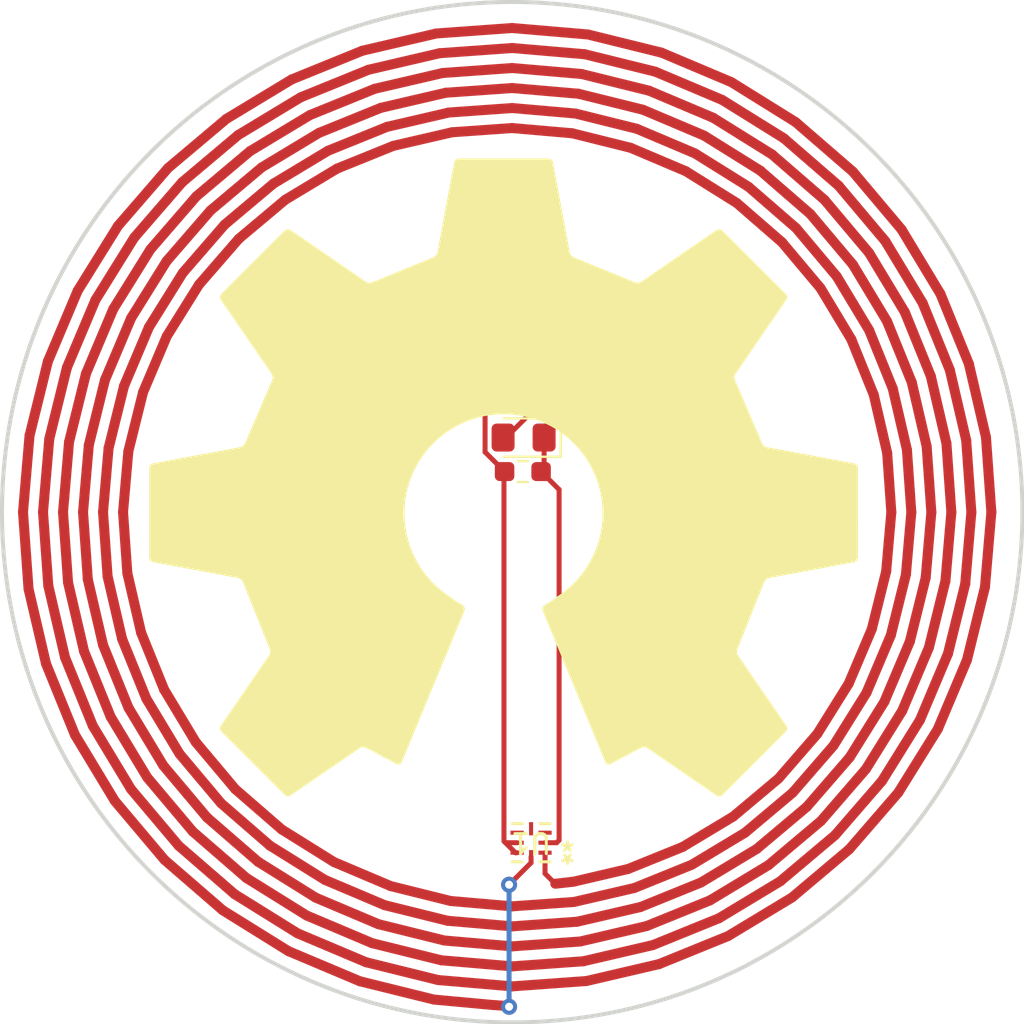
<source format=kicad_pcb>
(kicad_pcb (version 20240108) (generator "pcbnew") (generator_version "8.0")
  (layers (0 "F.Cu" signal) (31 "B.Cu" signal) (34 "B.Paste" user) (35 "F.Paste" user) (36 "B.SilkS" user "B.Silkscreen") (37 "F.SilkS" user "F.Silkscreen") (38 "B.Mask" user) (39 "F.Mask" user) (44 "Edge.Cuts" user))
  (net 0 "")
  (net 1 "Net-(U1-LA)")
  (net 2 "Net-(U1-LB)")
  (net 3 "Net-(D1-K)")
  (net 4 "Net-(U1-VCC)")
  (net 5 "Net-(D1-A)")
  (footprint "Resistor_SMD:R_0603_1608Metric_Pad0.98x0.95mm_HandSolder" (layer "F.Cu") (at 136.3875 67.25 180)
    (property "Reference" "C1" (hide yes))
    (property "Value" "220 nf" (hide yes))
    (fp_line (start -0.254724 0.5225) (end 0.254724 0.5225) (stroke (width 0.12)) (layer "F.SilkS"))
    (fp_line (start -0.254724 -0.5225) (end 0.254724 -0.5225) (stroke (width 0.12)) (layer "F.SilkS"))
    (pad "1" smd roundrect (at -0.9125 0 180) (size 0.975 0.95) (layers "F.Cu" "F.Paste" "F.Mask") (net 3 "Net-(D1-K)"))
    (pad "2" smd roundrect (at 0.9125 0 180) (size 0.975 0.95) (layers "F.Cu" "F.Paste" "F.Mask") (net 4 "Net-(U1-VCC)"))
  )
  (footprint "LED_SMD:LED_0805_2012Metric_Pad1.15x1.40mm_HandSolder" (layer "F.Cu") (at 136.425 65.55 180)
    (property "Reference" "D1" (hide yes))
    (property "Value" "green" (hide yes))
    (fp_line (start 1 -0.96) (end -1.86 -0.96) (stroke (width 0.12)) (layer "F.SilkS"))
    (fp_line (start -1.86 0.96) (end 1 0.96) (stroke (width 0.12)) (layer "F.SilkS"))
    (fp_line (start -1.86 -0.96) (end -1.86 0.96) (stroke (width 0.12)) (layer "F.SilkS"))
    (pad "1" smd roundrect (at -1.025 0 180) (size 1.15 1.4) (layers "F.Cu" "F.Paste" "F.Mask") (roundrect_rratio 0.2173913043) (net 3 "Net-(D1-K)"))
    (pad "2" smd roundrect (at 1.025 0 180) (size 1.15 1.4) (layers "F.Cu" "F.Paste" "F.Mask") (roundrect_rratio 0.2173913043) (net 5 "Net-(D1-A)"))
  )
  (footprint "Library:SpiralAnt2in" (layer "F.Cu") (at 135.855 69.28)
    (property "Reference" "AE1" (hide yes))
    (property "Value" "Antenna_Loop" (hide yes))
    (fp_line (start -24.45 0) (end -24.173672 3.828733) (stroke (width 0.5)) (layer "F.Cu"))
    (fp_line (start -24.173672 3.828733) (end -23.300884 7.570916) (stroke (width 0.5)) (layer "F.Cu"))
    (fp_line (start -24.124287 -3.820911) (end -24.45 0) (stroke (width 0.5)) (layer "F.Cu"))
    (fp_line (start -23.45 0) (end -23.185983 3.672299) (stroke (width 0.5)) (layer "F.Cu"))
    (fp_line (start -23.300884 7.570916) (end -21.851935 11.134117) (stroke (width 0.5)) (layer "F.Cu"))
    (fp_line (start -23.205778 -7.540014) (end -24.124287 -3.820911) (stroke (width 0.5)) (layer "F.Cu"))
    (fp_line (start -23.185983 3.672299) (end -22.349828 7.261899) (stroke (width 0.5)) (layer "F.Cu"))
    (fp_line (start -23.136599 -3.664477) (end -23.45 0) (stroke (width 0.5)) (layer "F.Cu"))
    (fp_line (start -22.45 0) (end -22.198295 3.515864) (stroke (width 0.5)) (layer "F.Cu"))
    (fp_line (start -22.349828 7.261899) (end -20.960928 10.680126) (stroke (width 0.5)) (layer "F.Cu"))
    (fp_line (start -22.254722 -7.230997) (end -23.136599 -3.664477) (stroke (width 0.5)) (layer "F.Cu"))
    (fp_line (start -22.198295 3.515864) (end -21.398771 6.952882) (stroke (width 0.5)) (layer "F.Cu"))
    (fp_line (start -22.148911 -3.508042) (end -22.45 0) (stroke (width 0.5)) (layer "F.Cu"))
    (fp_line (start -21.851935 11.134117) (end -19.861367 14.430127) (stroke (width 0.5)) (layer "F.Cu"))
    (fp_line (start -21.718284 -11.066018) (end -23.205778 -7.540014) (stroke (width 0.5)) (layer "F.Cu"))
    (fp_line (start -21.45 0) (end -21.210607 3.35943) (stroke (width 0.5)) (layer "F.Cu"))
    (fp_line (start -21.398771 6.952882) (end -20.069921 10.226136) (stroke (width 0.5)) (layer "F.Cu"))
    (fp_line (start -21.303665 -6.92198) (end -22.148911 -3.508042) (stroke (width 0.5)) (layer "F.Cu"))
    (fp_line (start -21.210607 3.35943) (end -20.447715 6.643865) (stroke (width 0.5)) (layer "F.Cu"))
    (fp_line (start -21.161222 -3.351608) (end -21.45 0) (stroke (width 0.5)) (layer "F.Cu"))
    (fp_line (start -20.960928 10.680126) (end -19.05235 13.842342) (stroke (width 0.5)) (layer "F.Cu"))
    (fp_line (start -20.827277 -10.612027) (end -22.254722 -7.230997) (stroke (width 0.5)) (layer "F.Cu"))
    (fp_line (start -20.45 0) (end -20.222918 3.202995) (stroke (width 0.5)) (layer "F.Cu"))
    (fp_line (start -20.447715 6.643865) (end -19.178915 9.772145) (stroke (width 0.5)) (layer "F.Cu"))
    (fp_line (start -20.352609 -6.612963) (end -21.161222 -3.351608) (stroke (width 0.5)) (layer "F.Cu"))
    (fp_line (start -20.222918 3.202995) (end -19.496658 6.334848) (stroke (width 0.5)) (layer "F.Cu"))
    (fp_line (start -20.173534 -3.195173) (end -20.45 0) (stroke (width 0.5)) (layer "F.Cu"))
    (fp_line (start -20.069921 10.226136) (end -18.243333 13.254557) (stroke (width 0.5)) (layer "F.Cu"))
    (fp_line (start -19.93627 -10.158037) (end -21.303665 -6.92198) (stroke (width 0.5)) (layer "F.Cu"))
    (fp_line (start -19.861367 14.430127) (end -17.377149 17.377149) (stroke (width 0.5)) (layer "F.Cu"))
    (fp_line (start -19.699563 -14.31257) (end -21.718284 -11.066018) (stroke (width 0.5)) (layer "F.Cu"))
    (fp_line (start -19.496658 6.334848) (end -18.287908 9.318155) (stroke (width 0.5)) (layer "F.Cu"))
    (fp_line (start -19.45 0) (end -19.23523 3.046561) (stroke (width 0.5)) (layer "F.Cu"))
    (fp_line (start -19.401552 -6.303946) (end -20.173534 -3.195173) (stroke (width 0.5)) (layer "F.Cu"))
    (fp_line (start -19.23523 3.046561) (end -18.545602 6.025831) (stroke (width 0.5)) (layer "F.Cu"))
    (fp_line (start -19.185846 -3.038739) (end -19.45 0) (stroke (width 0.5)) (layer "F.Cu"))
    (fp_line (start -19.178915 9.772145) (end -17.434316 12.666772) (stroke (width 0.5)) (layer "F.Cu"))
    (fp_line (start -19.05235 13.842342) (end -16.670042 16.670042) (stroke (width 0.5)) (layer "F.Cu"))
    (fp_line (start -19.045264 -9.704046) (end -20.352609 -6.612963) (stroke (width 0.5)) (layer "F.Cu"))
    (fp_line (start -18.890546 -13.724785) (end -20.827277 -10.612027) (stroke (width 0.5)) (layer "F.Cu"))
    (fp_line (start -18.545602 6.025831) (end -17.396902 8.864164) (stroke (width 0.5)) (layer "F.Cu"))
    (fp_line (start -18.450496 -5.994929) (end -19.185846 -3.038739) (stroke (width 0.5)) (layer "F.Cu"))
    (fp_line (start -18.287908 9.318155) (end -16.625299 12.078986) (stroke (width 0.5)) (layer "F.Cu"))
    (fp_line (start -18.243333 13.254557) (end -15.962935 15.962935) (stroke (width 0.5)) (layer "F.Cu"))
    (fp_line (start -18.154257 -9.250056) (end -19.401552 -6.303946) (stroke (width 0.5)) (layer "F.Cu"))
    (fp_line (start -18.081529 -13.137) (end -19.93627 -10.158037) (stroke (width 0.5)) (layer "F.Cu"))
    (fp_line (start -17.434316 12.666772) (end -15.255828 15.255828) (stroke (width 0.5)) (layer "F.Cu"))
    (fp_line (start -17.396902 8.864164) (end -15.816282 11.491201) (stroke (width 0.5)) (layer "F.Cu"))
    (fp_line (start -17.377149 17.377149) (end -14.459517 19.901818) (stroke (width 0.5)) (layer "F.Cu"))
    (fp_line (start -17.272512 -12.549215) (end -19.045264 -9.704046) (stroke (width 0.5)) (layer "F.Cu"))
    (fp_line (start -17.263251 -8.796065) (end -18.450496 -5.994929) (stroke (width 0.5)) (layer "F.Cu"))
    (fp_line (start -17.200372 -17.200372) (end -19.699563 -14.31257) (stroke (width 0.5)) (layer "F.Cu"))
    (fp_line (start -16.670042 16.670042) (end -13.871731 19.092801) (stroke (width 0.5)) (layer "F.Cu"))
    (fp_line (start -16.625299 12.078986) (end -14.548722 14.548722) (stroke (width 0.5)) (layer "F.Cu"))
    (fp_line (start -16.493265 -16.493265) (end -18.890546 -13.724785) (stroke (width 0.5)) (layer "F.Cu"))
    (fp_line (start -16.463495 -11.961429) (end -18.154257 -9.250056) (stroke (width 0.5)) (layer "F.Cu"))
    (fp_line (start -15.962935 15.962935) (end -13.283946 18.283784) (stroke (width 0.5)) (layer "F.Cu"))
    (fp_line (start -15.816282 11.491201) (end -13.841615 13.841615) (stroke (width 0.5)) (layer "F.Cu"))
    (fp_line (start -15.786158 -15.786158) (end -18.081529 -13.137) (stroke (width 0.5)) (layer "F.Cu"))
    (fp_line (start -15.654478 -11.373644) (end -17.263251 -8.796065) (stroke (width 0.5)) (layer "F.Cu"))
    (fp_line (start -15.255828 15.255828) (end -12.696161 17.474767) (stroke (width 0.5)) (layer "F.Cu"))
    (fp_line (start -15.079052 -15.079052) (end -17.272512 -12.549215) (stroke (width 0.5)) (layer "F.Cu"))
    (fp_line (start -14.548722 14.548722) (end -12.108376 16.66575) (stroke (width 0.5)) (layer "F.Cu"))
    (fp_line (start -14.459517 19.901818) (end -11.179516 21.941035) (stroke (width 0.5)) (layer "F.Cu"))
    (fp_line (start -14.371945 -14.371945) (end -16.463495 -11.961429) (stroke (width 0.5)) (layer "F.Cu"))
    (fp_line (start -14.283181 -19.659112) (end -17.200372 -17.200372) (stroke (width 0.5)) (layer "F.Cu"))
    (fp_line (start -13.871731 19.092801) (end -10.725525 21.050029) (stroke (width 0.5)) (layer "F.Cu"))
    (fp_line (start -13.841615 13.841615) (end -11.52059 15.856733) (stroke (width 0.5)) (layer "F.Cu"))
    (fp_line (start -13.695396 -18.850095) (end -16.493265 -16.493265) (stroke (width 0.5)) (layer "F.Cu"))
    (fp_line (start -13.664838 -13.664838) (end -15.654478 -11.373644) (stroke (width 0.5)) (layer "F.Cu"))
    (fp_line (start -13.283946 18.283784) (end -10.271535 20.159022) (stroke (width 0.5)) (layer "F.Cu"))
    (fp_line (start -13.107611 -18.041078) (end -15.786158 -15.786158) (stroke (width 0.5)) (layer "F.Cu"))
    (fp_line (start -12.696161 17.474767) (end -9.817544 19.268016) (stroke (width 0.5)) (layer "F.Cu"))
    (fp_line (start -12.519825 -17.232061) (end -15.079052 -15.079052) (stroke (width 0.5)) (layer "F.Cu"))
    (fp_line (start -12.108376 16.66575) (end -9.363554 18.377009) (stroke (width 0.5)) (layer "F.Cu"))
    (fp_line (start -11.93204 -16.423044) (end -14.371945 -14.371945) (stroke (width 0.5)) (layer "F.Cu"))
    (fp_line (start -11.52059 15.856733) (end -8.909563 17.486003) (stroke (width 0.5)) (layer "F.Cu"))
    (fp_line (start -11.344255 -15.614027) (end -13.664838 -13.664838) (stroke (width 0.5)) (layer "F.Cu"))
    (fp_line (start -11.179516 21.941035) (end -7.617268 23.443543) (stroke (width 0.5)) (layer "F.Cu"))
    (fp_line (start -11.020619 -21.629183) (end -14.283181 -19.659112) (stroke (width 0.5)) (layer "F.Cu"))
    (fp_line (start -10.725525 21.050029) (end -7.308251 22.492486) (stroke (width 0.5)) (layer "F.Cu"))
    (fp_line (start -10.566628 -20.738176) (end -13.695396 -18.850095) (stroke (width 0.5)) (layer "F.Cu"))
    (fp_line (start -10.271535 20.159022) (end -6.999234 21.54143) (stroke (width 0.5)) (layer "F.Cu"))
    (fp_line (start -10.112638 -19.84717) (end -13.107611 -18.041078) (stroke (width 0.5)) (layer "F.Cu"))
    (fp_line (start -9.817544 19.268016) (end -6.690217 20.590373) (stroke (width 0.5)) (layer "F.Cu"))
    (fp_line (start -9.658647 -18.956163) (end -12.519825 -17.232061) (stroke (width 0.5)) (layer "F.Cu"))
    (fp_line (start -9.363554 18.377009) (end -6.3812 19.639317) (stroke (width 0.5)) (layer "F.Cu"))
    (fp_line (start -9.204657 -18.065157) (end -11.93204 -16.423044) (stroke (width 0.5)) (layer "F.Cu"))
    (fp_line (start -8.909563 17.486003) (end -6.072183 18.68826) (stroke (width 0.5)) (layer "F.Cu"))
    (fp_line (start -8.750666 -17.17415) (end -11.344255 -15.614027) (stroke (width 0.5)) (layer "F.Cu"))
    (fp_line (start -7.617268 23.443543) (end -3.91 24.36) (stroke (width 0.5)) (layer "F.Cu"))
    (fp_line (start -7.493662 -23.06312) (end -11.020619 -21.629183) (stroke (width 0.5)) (layer "F.Cu"))
    (fp_line (start -7.308251 22.492486) (end -3.703585 23.383521) (stroke (width 0.5)) (layer "F.Cu"))
    (fp_line (start -7.184645 -22.112064) (end -10.566628 -20.738176) (stroke (width 0.5)) (layer "F.Cu"))
    (fp_line (start -6.999234 21.54143) (end -3.547151 22.395833) (stroke (width 0.5)) (layer "F.Cu"))
    (fp_line (start -6.875628 -21.161007) (end -10.112638 -19.84717) (stroke (width 0.5)) (layer "F.Cu"))
    (fp_line (start -6.690217 20.590373) (end -3.390717 21.408144) (stroke (width 0.5)) (layer "F.Cu"))
    (fp_line (start -6.566611 -20.20995) (end -9.658647 -18.956163) (stroke (width 0.5)) (layer "F.Cu"))
    (fp_line (start -6.3812 19.639317) (end -3.234282 20.420456) (stroke (width 0.5)) (layer "F.Cu"))
    (fp_line (start -6.257594 -19.258894) (end -9.204657 -18.065157) (stroke (width 0.5)) (layer "F.Cu"))
    (fp_line (start -6.072183 18.68826) (end -3.077848 19.432768) (stroke (width 0.5)) (layer "F.Cu"))
    (fp_line (start -5.948577 -18.307837) (end -8.750666 -17.17415) (stroke (width 0.5)) (layer "F.Cu"))
    (fp_line (start -3.91 24.36) (end -0.98 24.63) (stroke (width 0.5)) (layer "F.Cu"))
    (fp_line (start -3.789624 -23.92675) (end -7.493662 -23.06312) (stroke (width 0.5)) (layer "F.Cu"))
    (fp_line (start -3.703585 23.383521) (end 0 23.7) (stroke (width 0.5)) (layer "F.Cu"))
    (fp_line (start -3.63319 -22.939061) (end -7.184645 -22.112064) (stroke (width 0.5)) (layer "F.Cu"))
    (fp_line (start -3.547151 22.395833) (end 0 22.7) (stroke (width 0.5)) (layer "F.Cu"))
    (fp_line (start -3.476755 -21.951373) (end -6.875628 -21.161007) (stroke (width 0.5)) (layer "F.Cu"))
    (fp_line (start -3.390717 21.408144) (end 0 21.7) (stroke (width 0.5)) (layer "F.Cu"))
    (fp_line (start -3.320321 -20.963685) (end -6.566611 -20.20995) (stroke (width 0.5)) (layer "F.Cu"))
    (fp_line (start -3.234282 20.420456) (end 0 20.7) (stroke (width 0.5)) (layer "F.Cu"))
    (fp_line (start -3.163887 -19.975996) (end -6.257594 -19.258894) (stroke (width 0.5)) (layer "F.Cu"))
    (fp_line (start -3.077848 19.432768) (end 0 19.7) (stroke (width 0.5)) (layer "F.Cu"))
    (fp_line (start -3.007452 -18.988308) (end -5.948577 -18.307837) (stroke (width 0.5)) (layer "F.Cu"))
    (fp_line (start 0 -24.2) (end -3.789624 -23.92675) (stroke (width 0.5)) (layer "F.Cu"))
    (fp_line (start 0 -23.2) (end -3.63319 -22.939061) (stroke (width 0.5)) (layer "F.Cu"))
    (fp_line (start 0 -22.2) (end -3.476755 -21.951373) (stroke (width 0.5)) (layer "F.Cu"))
    (fp_line (start 0 -21.2) (end -3.320321 -20.963685) (stroke (width 0.5)) (layer "F.Cu"))
    (fp_line (start 0 -20.2) (end -3.163887 -19.975996) (stroke (width 0.5)) (layer "F.Cu"))
    (fp_line (start 0 -19.2) (end -3.007452 -18.988308) (stroke (width 0.5)) (layer "F.Cu"))
    (fp_line (start 0 19.7) (end 3.085669 19.482152) (stroke (width 0.5)) (layer "F.Cu"))
    (fp_line (start 0 20.7) (end 3.242104 20.46984) (stroke (width 0.5)) (layer "F.Cu"))
    (fp_line (start 0 21.7) (end 3.398538 21.457529) (stroke (width 0.5)) (layer "F.Cu"))
    (fp_line (start 0 22.7) (end 3.554973 22.445217) (stroke (width 0.5)) (layer "F.Cu"))
    (fp_line (start 0 23.7) (end 3.711407 23.432905) (stroke (width 0.5)) (layer "F.Cu"))
    (fp_line (start 2.99963 -18.938923) (end 0 -19.2) (stroke (width 0.5)) (layer "F.Cu"))
    (fp_line (start 3.06 18.47) (end 5.794068 17.832309) (stroke (width 0.5)) (layer "F.Cu"))
    (fp_line (start 3.085669 19.482152) (end 6.103085 18.783366) (stroke (width 0.5)) (layer "F.Cu"))
    (fp_line (start 3.156065 -19.926612) (end 0 -20.2) (stroke (width 0.5)) (layer "F.Cu"))
    (fp_line (start 3.242104 20.46984) (end 6.412102 19.734422) (stroke (width 0.5)) (layer "F.Cu"))
    (fp_line (start 3.312499 -20.9143) (end 0 -21.2) (stroke (width 0.5)) (layer "F.Cu"))
    (fp_line (start 3.398538 21.457529) (end 6.721119 20.685479) (stroke (width 0.5)) (layer "F.Cu"))
    (fp_line (start 3.468934 -21.901988) (end 0 -22.2) (stroke (width 0.5)) (layer "F.Cu"))
    (fp_line (start 3.554973 22.445217) (end 7.030136 21.636535) (stroke (width 0.5)) (layer "F.Cu"))
    (fp_line (start 3.625368 -22.889677) (end 0 -23.2) (stroke (width 0.5)) (layer "F.Cu"))
    (fp_line (start 3.711407 23.432905) (end 7.339153 22.587592) (stroke (width 0.5)) (layer "F.Cu"))
    (fp_line (start 3.781803 -23.877365) (end 0 -24.2) (stroke (width 0.5)) (layer "F.Cu"))
    (fp_line (start 5.794068 17.832309) (end 8.523671 16.728647) (stroke (width 0.5)) (layer "F.Cu"))
    (fp_line (start 5.917675 -18.212732) (end 2.99963 -18.938923) (stroke (width 0.5)) (layer "F.Cu"))
    (fp_line (start 6.103085 18.783366) (end 8.977662 17.619654) (stroke (width 0.5)) (layer "F.Cu"))
    (fp_line (start 6.226692 -19.163788) (end 3.156065 -19.926612) (stroke (width 0.5)) (layer "F.Cu"))
    (fp_line (start 6.412102 19.734422) (end 9.431652 18.51066) (stroke (width 0.5)) (layer "F.Cu"))
    (fp_line (start 6.535709 -20.114845) (end 3.312499 -20.9143) (stroke (width 0.5)) (layer "F.Cu"))
    (fp_line (start 6.721119 20.685479) (end 9.885643 19.401667) (stroke (width 0.5)) (layer "F.Cu"))
    (fp_line (start 6.844726 -21.065901) (end 3.468934 -21.901988) (stroke (width 0.5)) (layer "F.Cu"))
    (fp_line (start 7.030136 21.636535) (end 10.339633 20.292673) (stroke (width 0.5)) (layer "F.Cu"))
    (fp_line (start 7.153743 -22.016958) (end 3.625368 -22.889677) (stroke (width 0.5)) (layer "F.Cu"))
    (fp_line (start 7.339153 22.587592) (end 10.793624 21.18368) (stroke (width 0.5)) (layer "F.Cu"))
    (fp_line (start 7.46276 -22.968014) (end 3.781803 -23.877365) (stroke (width 0.5)) (layer "F.Cu"))
    (fp_line (start 8.523671 16.728647) (end 11.050362 15.209519) (stroke (width 0.5)) (layer "F.Cu"))
    (fp_line (start 8.682568 -17.040499) (end 5.917675 -18.212732) (stroke (width 0.5)) (layer "F.Cu"))
    (fp_line (start 8.977662 17.619654) (end 11.638147 16.018536) (stroke (width 0.5)) (layer "F.Cu"))
    (fp_line (start 9.136558 -17.931506) (end 6.226692 -19.163788) (stroke (width 0.5)) (layer "F.Cu"))
    (fp_line (start 9.431652 18.51066) (end 12.225933 16.827553) (stroke (width 0.5)) (layer "F.Cu"))
    (fp_line (start 9.590549 -18.822512) (end 6.535709 -20.114845) (stroke (width 0.5)) (layer "F.Cu"))
    (fp_line (start 9.885643 19.401667) (end 12.813718 17.63657) (stroke (width 0.5)) (layer "F.Cu"))
    (fp_line (start 10.044539 -19.713519) (end 6.844726 -21.065901) (stroke (width 0.5)) (layer "F.Cu"))
    (fp_line (start 10.339633 20.292673) (end 13.401503 18.445587) (stroke (width 0.5)) (layer "F.Cu"))
    (fp_line (start 10.49853 -20.604525) (end 7.153743 -22.016958) (stroke (width 0.5)) (layer "F.Cu"))
    (fp_line (start 10.793624 21.18368) (end 13.989289 19.254604) (stroke (width 0.5)) (layer "F.Cu"))
    (fp_line (start 10.95252 -21.495532) (end 7.46276 -22.968014) (stroke (width 0.5)) (layer "F.Cu"))
    (fp_line (start 11.050362 15.209519) (end 13.311285 13.311285) (stroke (width 0.5)) (layer "F.Cu"))
    (fp_line (start 11.226698 -15.452224) (end 8.682568 -17.040499) (stroke (width 0.5)) (layer "F.Cu"))
    (fp_line (start 11.638147 16.018536) (end 14.018391 14.018391) (stroke (width 0.5)) (layer "F.Cu"))
    (fp_line (start 11.814483 -16.261241) (end 9.136558 -17.931506) (stroke (width 0.5)) (layer "F.Cu"))
    (fp_line (start 12.225933 16.827553) (end 14.725498 14.725498) (stroke (width 0.5)) (layer "F.Cu"))
    (fp_line (start 12.402268 -17.070258) (end 9.590549 -18.822512) (stroke (width 0.5)) (layer "F.Cu"))
    (fp_line (start 12.813718 17.63657) (end 15.432605 15.432605) (stroke (width 0.5)) (layer "F.Cu"))
    (fp_line (start 12.990054 -17.879275) (end 10.044539 -19.713519) (stroke (width 0.5)) (layer "F.Cu"))
    (fp_line (start 13.311285 13.311285) (end 15.24997 11.079752) (stroke (width 0.5)) (layer "F.Cu"))
    (fp_line (start 13.401503 18.445587) (end 16.139712 16.139712) (stroke (width 0.5)) (layer "F.Cu"))
    (fp_line (start 13.488061 -13.488061) (end 11.226698 -15.452224) (stroke (width 0.5)) (layer "F.Cu"))
    (fp_line (start 13.577839 -18.688292) (end 10.49853 -20.604525) (stroke (width 0.5)) (layer "F.Cu"))
    (fp_line (start 13.989289 19.254604) (end 16.846819 16.846819) (stroke (width 0.5)) (layer "F.Cu"))
    (fp_line (start 14.018391 14.018391) (end 16.058987 11.667537) (stroke (width 0.5)) (layer "F.Cu"))
    (fp_line (start 14.165624 -19.497309) (end 10.95252 -21.495532) (stroke (width 0.5)) (layer "F.Cu"))
    (fp_line (start 14.195168 -14.195168) (end 11.814483 -16.261241) (stroke (width 0.5)) (layer "F.Cu"))
    (fp_line (start 14.725498 14.725498) (end 16.868004 12.255322) (stroke (width 0.5)) (layer "F.Cu"))
    (fp_line (start 14.902275 -14.902275) (end 12.402268 -17.070258) (stroke (width 0.5)) (layer "F.Cu"))
    (fp_line (start 15.24997 11.079752) (end 16.817748 8.56907) (stroke (width 0.5)) (layer "F.Cu"))
    (fp_line (start 15.411773 -11.197309) (end 13.488061 -13.488061) (stroke (width 0.5)) (layer "F.Cu"))
    (fp_line (start 15.432605 15.432605) (end 17.677021 12.843107) (stroke (width 0.5)) (layer "F.Cu"))
    (fp_line (start 15.609382 -15.609382) (end 12.990054 -17.879275) (stroke (width 0.5)) (layer "F.Cu"))
    (fp_line (start 16.058987 11.667537) (end 17.708754 9.023061) (stroke (width 0.5)) (layer "F.Cu"))
    (fp_line (start 16.139712 16.139712) (end 18.486038 13.430893) (stroke (width 0.5)) (layer "F.Cu"))
    (fp_line (start 16.22079 -11.785094) (end 14.195168 -14.195168) (stroke (width 0.5)) (layer "F.Cu"))
    (fp_line (start 16.316488 -16.316488) (end 13.577839 -18.688292) (stroke (width 0.5)) (layer "F.Cu"))
    (fp_line (start 16.817748 8.56907) (end 17.974968 5.840421) (stroke (width 0.5)) (layer "F.Cu"))
    (fp_line (start 16.846819 16.846819) (end 19.295055 14.018678) (stroke (width 0.5)) (layer "F.Cu"))
    (fp_line (start 16.868004 12.255322) (end 18.599761 9.477051) (stroke (width 0.5)) (layer "F.Cu"))
    (fp_line (start 16.951399 -8.637169) (end 15.411773 -11.197309) (stroke (width 0.5)) (layer "F.Cu"))
    (fp_line (start 17.023595 -17.023595) (end 14.165624 -19.497309) (stroke (width 0.5)) (layer "F.Cu"))
    (fp_line (start 17.029807 -12.372879) (end 14.902275 -14.902275) (stroke (width 0.5)) (layer "F.Cu"))
    (fp_line (start 17.677021 12.843107) (end 19.490767 9.931042) (stroke (width 0.5)) (layer "F.Cu"))
    (fp_line (start 17.708754 9.023061) (end 18.926024 6.149438) (stroke (width 0.5)) (layer "F.Cu"))
    (fp_line (start 17.838824 -12.960664) (end 15.609382 -15.609382) (stroke (width 0.5)) (layer "F.Cu"))
    (fp_line (start 17.842405 -9.091159) (end 16.22079 -11.785094) (stroke (width 0.5)) (layer "F.Cu"))
    (fp_line (start 17.974968 5.840421) (end 18.692001 2.960522) (stroke (width 0.5)) (layer "F.Cu"))
    (fp_line (start 18.070073 -5.871322) (end 16.951399 -8.637169) (stroke (width 0.5)) (layer "F.Cu"))
    (fp_line (start 18.486038 13.430893) (end 20.381774 10.385032) (stroke (width 0.5)) (layer "F.Cu"))
    (fp_line (start 18.599761 9.477051) (end 19.877081 6.458455) (stroke (width 0.5)) (layer "F.Cu"))
    (fp_line (start 18.647841 -13.54845) (end 16.316488 -16.316488) (stroke (width 0.5)) (layer "F.Cu"))
    (fp_line (start 18.692001 2.960522) (end 18.95 0) (stroke (width 0.5)) (layer "F.Cu"))
    (fp_line (start 18.733412 -9.54515) (end 17.029807 -12.372879) (stroke (width 0.5)) (layer "F.Cu"))
    (fp_line (start 18.741386 -2.968343) (end 18.070073 -5.871322) (stroke (width 0.5)) (layer "F.Cu"))
    (fp_line (start 18.926024 6.149438) (end 19.67969 3.116956) (stroke (width 0.5)) (layer "F.Cu"))
    (fp_line (start 18.95 0) (end 18.741386 -2.968343) (stroke (width 0.5)) (layer "F.Cu"))
    (fp_line (start 19.02113 -6.180339) (end 17.842405 -9.091159) (stroke (width 0.5)) (layer "F.Cu"))
    (fp_line (start 19.295055 14.018678) (end 21.27278 10.839023) (stroke (width 0.5)) (layer "F.Cu"))
    (fp_line (start 19.456858 -14.136235) (end 17.023595 -17.023595) (stroke (width 0.5)) (layer "F.Cu"))
    (fp_line (start 19.490767 9.931042) (end 20.828137 6.767472) (stroke (width 0.5)) (layer "F.Cu"))
    (fp_line (start 19.624418 -9.99914) (end 17.838824 -12.960664) (stroke (width 0.5)) (layer "F.Cu"))
    (fp_line (start 19.67969 3.116956) (end 19.95 0) (stroke (width 0.5)) (layer "F.Cu"))
    (fp_line (start 19.729074 -3.124778) (end 19.02113 -6.180339) (stroke (width 0.5)) (layer "F.Cu"))
    (fp_line (start 19.877081 6.458455) (end 20.667378 3.273391) (stroke (width 0.5)) (layer "F.Cu"))
    (fp_line (start 19.95 0) (end 19.729074 -3.124778) (stroke (width 0.5)) (layer "F.Cu"))
    (fp_line (start 19.972186 -6.489356) (end 18.733412 -9.54515) (stroke (width 0.5)) (layer "F.Cu"))
    (fp_line (start 20.381774 10.385032) (end 21.779194 7.076489) (stroke (width 0.5)) (layer "F.Cu"))
    (fp_line (start 20.515425 -10.453131) (end 18.647841 -13.54845) (stroke (width 0.5)) (layer "F.Cu"))
    (fp_line (start 20.667378 3.273391) (end 20.95 0) (stroke (width 0.5)) (layer "F.Cu"))
    (fp_line (start 20.716762 -3.281212) (end 19.972186 -6.489356) (stroke (width 0.5)) (layer "F.Cu"))
    (fp_line (start 20.828137 6.767472) (end 21.655066 3.429825) (stroke (width 0.5)) (layer "F.Cu"))
    (fp_line (start 20.923243 -6.798373) (end 19.624418 -9.99914) (stroke (width 0.5)) (layer "F.Cu"))
    (fp_line (start 20.95 0) (end 20.716762 -3.281212) (stroke (width 0.5)) (layer "F.Cu"))
    (fp_line (start 21.27278 10.839023) (end 22.73025 7.385506) (stroke (width 0.5)) (layer "F.Cu"))
    (fp_line (start 21.406431 -10.907121) (end 19.456858 -14.136235) (stroke (width 0.5)) (layer "F.Cu"))
    (fp_line (start 21.655066 3.429825) (end 21.95 0) (stroke (width 0.5)) (layer "F.Cu"))
    (fp_line (start 21.704451 -3.437647) (end 20.923243 -6.798373) (stroke (width 0.5)) (layer "F.Cu"))
    (fp_line (start 21.779194 7.076489) (end 22.642755 3.58626) (stroke (width 0.5)) (layer "F.Cu"))
    (fp_line (start 21.874299 -7.10739) (end 20.515425 -10.453131) (stroke (width 0.5)) (layer "F.Cu"))
    (fp_line (start 21.95 0) (end 21.704451 -3.437647) (stroke (width 0.5)) (layer "F.Cu"))
    (fp_line (start 22.642755 3.58626) (end 22.95 0) (stroke (width 0.5)) (layer "F.Cu"))
    (fp_line (start 22.692139 -3.594081) (end 21.874299 -7.10739) (stroke (width 0.5)) (layer "F.Cu"))
    (fp_line (start 22.73025 7.385506) (end 23.630443 3.742694) (stroke (width 0.5)) (layer "F.Cu"))
    (fp_line (start 22.825356 -7.416407) (end 21.406431 -10.907121) (stroke (width 0.5)) (layer "F.Cu"))
    (fp_line (start 22.95 0) (end 22.692139 -3.594081) (stroke (width 0.5)) (layer "F.Cu"))
    (fp_line (start 23.630443 3.742694) (end 23.95 0) (stroke (width 0.5)) (layer "F.Cu"))
    (fp_line (start 23.679827 -3.750516) (end 22.825356 -7.416407) (stroke (width 0.5)) (layer "F.Cu"))
    (fp_line (start 23.95 0) (end 23.679827 -3.750516) (stroke (width 0.5)) (layer "F.Cu"))
    (pad "1" smd custom (at 2.15 18.57) (size 0.5 0.5) (layers "F.Cu") (net 1 "Net-(U1-LA)") (options (clearance outline) (anchor circle)) (primitives (gr_line (start 0.9 -0.1) (end 0.01 0) (width 0.5))))
    (pad "2" smd custom (at -0.02 24.7) (size 0.5 0.5) (layers "F.Cu") (net 2 "Net-(U1-LB)") (options (clearance outline) (anchor circle)) (primitives (gr_line (start -0.95 -0.07) (end 0 0) (width 0.5))))
  )
  (footprint "Capacitor_SMD:C_0603_1608Metric_Pad1.08x0.95mm_HandSolder" (layer "F.Cu") (at 136.3875 63.85 180)
    (property "Reference" "R1" (hide yes))
    (property "Value" "47r")
    (fp_line (start -0.146267 0.51) (end 0.146267 0.51) (stroke (width 0.12)) (layer "F.SilkS"))
    (fp_line (start -0.146267 -0.51) (end 0.146267 -0.51) (stroke (width 0.12)) (layer "F.SilkS"))
    (pad "1" smd roundrect (at -0.8625 0 180) (size 1.075 0.95) (layers "F.Cu" "F.Paste" "F.Mask") (net 5 "Net-(D1-A)"))
    (pad "2" smd roundrect (at 0.8625 0 180) (size 1.075 0.95) (layers "F.Cu" "F.Paste" "F.Mask") (net 4 "Net-(U1-VCC)"))
  )
  (footprint "NFC chip:XQFN8_NT3H1101_NXP-L" (layer "F.Cu") (at 136.7985 85.8 180)
    (property "Reference" "U1" (at 0 0 180) (layer "F.SilkS"))
    (property "Value" "NT3H1101W0FHKH" (hide yes))
    (fp_line (start 0.9525 -0.9525) (end 0.43434 -0.9525) (stroke (width 0.1524)) (layer "F.SilkS"))
    (fp_line (start 0.43434 0.9525) (end 0.9525 0.9525) (stroke (width 0.1524)) (layer "F.SilkS"))
    (fp_line (start -0.43434 -0.9525) (end -0.9525 -0.9525) (stroke (width 0.1524)) (layer "F.SilkS"))
    (fp_line (start -0.9525 0.9525) (end -0.43434 0.9525) (stroke (width 0.1524)) (layer "F.SilkS"))
    (fp_text user "*" (at -1.8161 -0.500126 180) (layer "F.SilkS"))
    (fp_text user "*" (at -1.8161 -0.500126 180) (layer "F.SilkS"))
    (pad "1" smd rect (at -0.6985 -0.500126 270) (size 0.2032 0.6604) (layers "F.Cu" "F.Paste" "F.Mask") (net 1 "Net-(U1-LA)"))
    (pad "2" smd rect (at -0.6985 0 270) (size 0.2032 0.6604) (layers "F.Cu" "F.Paste" "F.Mask") (net 3 "Net-(D1-K)"))
    (pad "3" smd rect (at -0.6985 0.500126 270) (size 0.2032 0.6604) (layers "F.Cu" "F.Paste" "F.Mask"))
    (pad "4" smd rect (at 0 0.6985 180) (size 0.2032 0.6604) (layers "F.Cu" "F.Paste" "F.Mask"))
    (pad "5" smd rect (at 0.6985 0.500126 270) (size 0.2032 0.6604) (layers "F.Cu" "F.Paste" "F.Mask"))
    (pad "6" smd rect (at 0.6985 0 270) (size 0.2032 0.6604) (layers "F.Cu" "F.Paste" "F.Mask") (net 4 "Net-(U1-VCC)"))
    (pad "7" smd rect (at 0.6985 -0.500126 270) (size 0.2032 0.6604) (layers "F.Cu" "F.Paste" "F.Mask") (net 4 "Net-(U1-VCC)"))
    (pad "8" smd rect (at 0 -0.6985 180) (size 0.2032 0.6604) (layers "F.Cu" "F.Paste" "F.Mask") (net 2 "Net-(U1-LB)"))
  )
  (gr_poly (pts (xy 137.672748 51.598724) (xy 137.682821 51.599473) (xy 137.692843 51.600705) (xy 137.702801 51.602408) (xy 137.712679 51.604571) (xy 137.722463 51.60718) (xy 137.732136 51.610224) (xy 137.741685 51.61369) (xy 137.751095 51.617565) (xy 137.760349 51.621838) (xy 137.769435 51.626495) (xy 137.778336 51.631526) (xy 137.787038 51.636916) (xy 137.795526 51.642655) (xy 137.803785 51.648729) (xy 137.8118 51.655126) (xy 137.819556 51.661834) (xy 137.827038 51.66884) (xy 137.834231 51.676133) (xy 137.841121 51.683699) (xy 137.847692 51.691527) (xy 137.853929 51.699604) (xy 137.859818 51.707918) (xy 137.865344 51.716455) (xy 137.870491 51.725205) (xy 137.875246 51.734155) (xy 137.879592 51.743292) (xy 137.883515 51.752604) (xy 137.887 51.762078) (xy 137.890032 51.771703) (xy 137.892597 51.781465) (xy 137.894678 51.791353) (xy 138.732086 56.290064) (xy 138.734203 56.300032) (xy 138.736771 56.310034) (xy 138.74321 56.330073) (xy 138.75129 56.350049) (xy 138.760897 56.369831) (xy 138.771921 56.38929) (xy 138.784246 56.408293) (xy 138.797762 56.426712) (xy 138.812355 56.444415) (xy 138.827912 56.461271) (xy 138.84432 56.47715) (xy 138.861467 56.491922) (xy 138.87924 56.505455) (xy 138.897526 56.517619) (xy 138.916213 56.528284) (xy 138.925671 56.533013) (xy 138.935187 56.537319) (xy 138.944747 56.541184) (xy 138.954336 56.544593) (xy 141.969527 57.778873) (xy 141.988259 57.78712) (xy 142.008125 57.794008) (xy 142.02895 57.79955) (xy 142.050559 57.803757) (xy 142.072778 57.806642) (xy 142.095431 57.808216) (xy 142.118343 57.808492) (xy 142.141341 57.807482) (xy 142.164248 57.805197) (xy 142.186891 57.80165) (xy 142.209094 57.796853) (xy 142.230683 57.790817) (xy 142.251483 57.783556) (xy 142.271319 57.775079) (xy 142.290016 57.765401) (xy 142.3074 57.754532) (xy 146.065808 55.175374) (xy 146.074274 55.169859) (xy 146.08299 55.164774) (xy 146.091938 55.160116) (xy 146.101099 55.155884) (xy 146.110452 55.152075) (xy 146.11998 55.148689) (xy 146.129663 55.145724) (xy 146.139481 55.143177) (xy 146.149417 55.141048) (xy 146.159449 55.139333) (xy 146.179731 55.137144) (xy 146.200172 55.136594) (xy 146.220622 55.137671) (xy 146.240925 55.14036) (xy 146.26093 55.144647) (xy 146.280483 55.150519) (xy 146.290042 55.154044) (xy 146.29943 55.157961) (xy 146.30863 55.162266) (xy 146.31762 55.16696) (xy 146.326383 55.172038) (xy 146.334899 55.177501) (xy 146.343149 55.183345) (xy 146.351113 55.18957) (xy 146.358773 55.196174) (xy 146.36611 55.203155) (xy 149.531319 58.368365) (xy 149.538298 58.375703) (xy 149.544898 58.383365) (xy 149.551116 58.391333) (xy 149.556952 58.399588) (xy 149.562403 58.408109) (xy 149.567469 58.416879) (xy 149.576439 58.435086) (xy 149.583849 58.454053) (xy 149.589688 58.473629) (xy 149.593944 58.493657) (xy 149.596606 58.513985) (xy 149.597661 58.534459) (xy 149.597099 58.554925) (xy 149.594907 58.575229) (xy 149.591074 58.595216) (xy 149.585589 58.614735) (xy 149.582223 58.624269) (xy 149.578439 58.633629) (xy 149.574237 58.642794) (xy 149.569614 58.651746) (xy 149.564569 58.660465) (xy 149.559101 58.668932) (xy 147.024922 62.362515) (xy 147.014022 62.379974) (xy 147.004348 62.398701) (xy 146.995911 62.418527) (xy 146.988723 62.439282) (xy 146.982793 62.460794) (xy 146.978133 62.482894) (xy 146.974754 62.505412) (xy 146.972666 62.528177) (xy 146.97188 62.551021) (xy 146.972407 62.573771) (xy 146.974258 62.596259) (xy 146.977444 62.618314) (xy 146.981976 62.639765) (xy 146.987864 62.660444) (xy 146.99512 62.680179) (xy 147.003754 62.6988) (xy 148.336991 65.809242) (xy 148.344605 65.828341) (xy 148.353967 65.847266) (xy 148.364943 65.865903) (xy 148.377402 65.88414) (xy 148.39121 65.901863) (xy 148.406237 65.918961) (xy 148.42235 65.93532) (xy 148.439417 65.950827) (xy 148.457306 65.965371) (xy 148.475883 65.978837) (xy 148.495019 65.991113) (xy 148.514579 66.002086) (xy 148.534433 66.011644) (xy 148.554447 66.019674) (xy 148.57449 66.026063) (xy 148.594429 66.030698) (xy 152.943913 66.839529) (xy 152.943913 66.839528) (xy 152.953777 66.841657) (xy 152.963517 66.844264) (xy 152.97312 66.847335) (xy 152.982575 66.850855) (xy 152.991868 66.85481) (xy 153.000987 66.859184) (xy 153.00992 66.863963) (xy 153.018654 66.869132) (xy 153.035477 66.880582) (xy 153.051354 66.893417) (xy 153.066188 66.90752) (xy 153.079877 66.922772) (xy 153.092323 66.939057) (xy 153.103427 66.956257) (xy 153.113087 66.974254) (xy 153.117345 66.983516) (xy 153.121206 66.992932) (xy 153.124655 67.002489) (xy 153.127682 67.012173) (xy 153.130274 67.021967) (xy 153.132417 67.031858) (xy 153.134101 67.041832) (xy 153.135312 67.051872) (xy 153.136037 67.061965) (xy 153.136265 67.072096) (xy 153.135739 71.548581) (xy 153.135486 71.558691) (xy 153.134735 71.568768) (xy 153.1335 71.578798) (xy 153.131791 71.588765) (xy 153.129623 71.598654) (xy 153.127007 71.608451) (xy 153.123957 71.618139) (xy 153.120483 71.627704) (xy 153.1166 71.637131) (xy 153.112319 71.646405) (xy 153.107653 71.655509) (xy 153.102614 71.66443) (xy 153.097215 71.673152) (xy 153.091469 71.68166) (xy 153.085388 71.689938) (xy 153.078984 71.697972) (xy 153.07227 71.705746) (xy 153.065259 71.713245) (xy 153.057962 71.720455) (xy 153.050393 71.727359) (xy 153.042564 71.733942) (xy 153.034487 71.740191) (xy 153.026176 71.746088) (xy 153.017641 71.75162) (xy 153.008897 71.756771) (xy 152.999955 71.761526) (xy 152.990829 71.765869) (xy 152.981529 71.769786) (xy 152.97207 71.773261) (xy 152.962463 71.776279) (xy 152.952721 71.778826) (xy 152.942856 71.780885) (xy 148.70026 72.570402) (xy 148.690273 72.572449) (xy 148.680265 72.574959) (xy 148.670251 72.577918) (xy 148.660247 72.58131) (xy 148.640333 72.589339) (xy 148.620651 72.598929) (xy 148.601327 72.609963) (xy 148.582488 72.622326) (xy 148.564261 72.635901) (xy 148.546771 72.650572) (xy 148.530147 72.666223) (xy 148.514514 72.682738) (xy 148.5 72.7) (xy 148.486731 72.717892) (xy 148.474834 72.7363) (xy 148.464436 72.755105) (xy 148.455664 72.774193) (xy 148.451926 72.783807) (xy 148.448643 72.793447) (xy 147.12414 76.10206) (xy 147.115946 76.120879) (xy 147.109115 76.14081) (xy 147.103633 76.16168) (xy 147.099488 76.183316) (xy 147.096665 76.205545) (xy 147.095151 76.228196) (xy 147.094932 76.251096) (xy 147.095994 76.274072) (xy 147.098325 76.296952) (xy 147.101911 76.319564) (xy 147.106738 76.341734) (xy 147.112792 76.363291) (xy 147.12006 76.384062) (xy 147.128528 76.403874) (xy 147.138183 76.422555) (xy 147.149012 76.439933) (xy 149.559101 79.951749) (xy 149.564616 79.960217) (xy 149.569701 79.968938) (xy 149.574359 79.977893) (xy 149.578591 79.987063) (xy 149.582399 79.996429) (xy 149.585785 80.005971) (xy 149.58875 80.015669) (xy 149.591297 80.025506) (xy 149.593427 80.03546) (xy 149.595141 80.045513) (xy 149.597331 80.065839) (xy 149.59788 80.086329) (xy 149.596804 80.106827) (xy 149.594115 80.12718) (xy 149.589827 80.147233) (xy 149.583956 80.16683) (xy 149.58043 80.17641) (xy 149.576513 80.185818) (xy 149.572208 80.195035) (xy 149.567515 80.204041) (xy 149.562436 80.212818) (xy 149.556973 80.221346) (xy 149.551129 80.229605) (xy 149.544904 80.237577) (xy 149.5383 80.245242) (xy 149.531319 80.25258) (xy 146.36558 83.417789) (xy 146.35829 83.424722) (xy 146.35067 83.431281) (xy 146.342741 83.437464) (xy 146.334521 83.44327) (xy 146.32603 83.448697) (xy 146.317287 83.453743) (xy 146.299124 83.462686) (xy 146.280187 83.470085) (xy 146.260633 83.475926) (xy 146.240615 83.480195) (xy 146.22029 83.482877) (xy 146.199813 83.48396) (xy 146.17934 83.483429) (xy 146.159026 83.48127) (xy 146.139026 83.47747) (xy 146.119495 83.472014) (xy 146.109955 83.46866) (xy 146.10059 83.464888) (xy 146.091421 83.460694) (xy 146.082466 83.456078) (xy 146.073745 83.451038) (xy 146.065277 83.445571) (xy 142.615376 81.077815) (xy 142.598034 81.06702) (xy 142.579461 81.057554) (xy 142.559823 81.049422) (xy 142.539292 81.042626) (xy 142.518034 81.037169) (xy 142.49622 81.033055) (xy 142.474019 81.030287) (xy 142.451599 81.028868) (xy 142.429129 81.0288) (xy 142.406779 81.030087) (xy 142.384717 81.032733) (xy 142.363112 81.03674) (xy 142.342134 81.04211) (xy 142.321951 81.048849) (xy 142.302732 81.056958) (xy 142.284647 81.06644) (xy 140.763293 81.878709) (xy 140.754196 81.883035) (xy 140.745023 81.886837) (xy 140.735791 81.890123) (xy 140.726515 81.892898) (xy 140.717211 81.895167) (xy 140.707894 81.896936) (xy 140.698581 81.898212) (xy 140.689288 81.899) (xy 140.680029 81.899305) (xy 140.670822 81.899135) (xy 140.661682 81.898493) (xy 140.652625 81.897387) (xy 140.643666 81.895823) (xy 140.634822 81.893805) (xy 140.626108 81.89134) (xy 140.61754 81.888433) (xy 140.609134 81.885091) (xy 140.600906 81.881319) (xy 140.592872 81.877123) (xy 140.585047 81.872509) (xy 140.577448 81.867482) (xy 140.57009 81.862049) (xy 140.562989 81.856215) (xy 140.556161 81.849986) (xy 140.549621 81.843368) (xy 140.543387 81.836367) (xy 140.537472 81.828988) (xy 140.531894 81.821238) (xy 140.526669 81.813122) (xy 140.521811 81.804645) (xy 140.517336 81.795815) (xy 140.513262 81.786636) (xy 137.376625 74.206851) (xy 137.372998 74.197422) (xy 137.369852 74.18785) (xy 137.36718 74.178153) (xy 137.364976 74.168349) (xy 137.363235 74.158455) (xy 137.361951 74.14849) (xy 137.361116 74.138472) (xy 137.360725 74.128419) (xy 137.360773 74.118349) (xy 137.361252 74.10828) (xy 137.362157 74.09823) (xy 137.363482 74.088217) (xy 137.36522 74.078259) (xy 137.367366 74.068374) (xy 137.369912 74.05858) (xy 137.372855 74.048895) (xy 137.376186 74.039338) (xy 137.3799 74.029925) (xy 137.383992 74.020676) (xy 137.388454 74.011608) (xy 137.393281 74.002739) (xy 137.398466 73.994087) (xy 137.404004 73.98567) (xy 137.409888 73.977507) (xy 137.416113 73.969615) (xy 137.422672 73.962013) (xy 137.429558 73.954717) (xy 137.436767 73.947748) (xy 137.444292 73.941121) (xy 137.452127 73.934856) (xy 137.460265 73.92897) (xy 137.468701 73.923482) (xy 137.849436 73.690385) (xy 137.87684 73.672934) (xy 137.906098 73.653014) (xy 137.936658 73.63106) (xy 137.967969 73.607505) (xy 137.999478 73.582785) (xy 138.030633 73.557333) (xy 138.060883 73.531584) (xy 138.089676 73.505971) (xy 138.341716 73.333455) (xy 138.582253 73.146144) (xy 138.810632 72.944691) (xy 139.026194 72.729749) (xy 139.228285 72.501971) (xy 139.416247 72.26201) (xy 139.589424 72.010517) (xy 139.747159 71.748146) (xy 139.888796 71.475549) (xy 140.013678 71.193379) (xy 140.121149 70.902288) (xy 140.210552 70.60293) (xy 140.28123 70.295957) (xy 140.332528 69.982022) (xy 140.363788 69.661776) (xy 140.374354 69.335874) (xy 140.367912 69.081111) (xy 140.348795 68.829693) (xy 140.317313 68.581931) (xy 140.273777 68.338136) (xy 140.218499 68.098619) (xy 140.15179 67.863692) (xy 140.07396 67.633664) (xy 139.985321 67.408847) (xy 139.886184 67.189553) (xy 139.77686 66.976092) (xy 139.657659 66.768774) (xy 139.528894 66.567913) (xy 139.390875 66.373817) (xy 139.243913 66.186799) (xy 139.088319 66.007169) (xy 138.924404 65.835238) (xy 138.75248 65.671318) (xy 138.572858 65.515719) (xy 138.385848 65.368752) (xy 138.191761 65.230729) (xy 137.99091 65.101961) (xy 137.783604 64.982757) (xy 137.570155 64.873431) (xy 137.350874 64.774292) (xy 137.126072 64.685651) (xy 136.89606 64.607821) (xy 136.661149 64.541111) (xy 136.42165 64.485832) (xy 136.177875 64.442296) (xy 135.930134 64.410814) (xy 135.678739 64.391697) (xy 135.424 64.385255) (xy 135.16926 64.391697) (xy 134.917863 64.410814) (xy 134.670119 64.442296) (xy 134.426339 64.485832) (xy 134.186834 64.541111) (xy 133.951916 64.607821) (xy 133.721896 64.685651) (xy 133.497085 64.774292) (xy 133.277795 64.873431) (xy 133.064335 64.982757) (xy 132.857019 65.101961) (xy 132.656155 65.230729) (xy 132.462057 65.368752) (xy 132.275035 65.515719) (xy 132.0954 65.671318) (xy 131.923464 65.835238) (xy 131.759537 66.007169) (xy 131.603931 66.186799) (xy 131.456957 66.373817) (xy 131.318926 66.567913) (xy 131.190149 66.768774) (xy 131.070938 66.976092) (xy 130.961603 67.189553) (xy 130.862456 67.408847) (xy 130.773808 67.633664) (xy 130.69597 67.863692) (xy 130.629254 68.098619) (xy 130.57397 68.338136) (xy 130.53043 68.581931) (xy 130.498944 68.829693) (xy 130.479825 69.081111) (xy 130.473382 69.335874) (xy 130.476038 69.499492) (xy 130.483951 69.661776) (xy 130.497039 69.822647) (xy 130.515219 69.982022) (xy 130.53841 70.139819) (xy 130.566528 70.295957) (xy 130.599493 70.450355) (xy 130.637221 70.602931) (xy 130.679631 70.753602) (xy 130.72664 70.902289) (xy 130.778167 71.048908) (xy 130.834128 71.193379) (xy 130.894441 71.33562) (xy 130.959026 71.475549) (xy 131.100676 71.748146) (xy 131.258422 72.010518) (xy 131.431605 72.262011) (xy 131.619568 72.501972) (xy 131.821653 72.72975) (xy 132.037203 72.944692) (xy 132.265558 73.146144) (xy 132.506063 73.333455) (xy 132.758059 73.505971) (xy 132.787016 73.531584) (xy 132.817371 73.557333) (xy 132.848589 73.582784) (xy 132.880131 73.607504) (xy 132.911463 73.631059) (xy 132.942048 73.653013) (xy 132.971349 73.672933) (xy 132.99883 73.690385) (xy 133.379565 73.923482) (xy 133.388048 73.92897) (xy 133.396229 73.934856) (xy 133.404102 73.941121) (xy 133.411661 73.947748) (xy 133.4189 73.954717) (xy 133.425813 73.962013) (xy 133.438638 73.977507) (xy 133.450087 73.994087) (xy 133.460114 74.011608) (xy 133.46867 74.029925) (xy 133.475708 74.048895) (xy 133.48118 74.068374) (xy 133.485039 74.088217) (xy 133.487237 74.10828) (xy 133.487726 74.128419) (xy 133.486458 74.14849) (xy 133.485151 74.158455) (xy 133.483387 74.168349) (xy 133.481159 74.178153) (xy 133.478463 74.18785) (xy 133.475292 74.197422) (xy 133.47164 74.206851) (xy 130.334741 81.786373) (xy 130.330665 81.795552) (xy 130.326189 81.804385) (xy 130.321328 81.812865) (xy 130.316097 81.820986) (xy 130.310513 81.828742) (xy 130.304593 81.836127) (xy 130.298351 81.843136) (xy 130.291804 81.849761) (xy 130.284968 81.855998) (xy 130.277858 81.86184) (xy 130.270492 81.867281) (xy 130.262885 81.872316) (xy 130.255052 81.876939) (xy 130.24701 81.881142) (xy 130.238775 81.884921) (xy 130.230362 81.88827) (xy 130.221789 81.891183) (xy 130.21307 81.893653) (xy 130.204222 81.895674) (xy 130.195261 81.897242) (xy 130.186202 81.898349) (xy 130.177062 81.89899) (xy 130.167857 81.899159) (xy 130.158602 81.898849) (xy 130.149314 81.898056) (xy 130.140009 81.896773) (xy 130.130703 81.894993) (xy 130.121411 81.892712) (xy 130.11215 81.889923) (xy 130.102935 81.88662) (xy 130.093783 81.882797) (xy 130.084709 81.878448) (xy 128.563356 81.066177) (xy 128.545314 81.056698) (xy 128.526127 81.048597) (xy 128.505966 81.041871) (xy 128.485001 81.036514) (xy 128.463402 81.032524) (xy 128.441339 81.029895) (xy 128.418982 81.028623) (xy 128.396502 81.028705) (xy 128.374068 81.030135) (xy 128.351851 81.03291) (xy 128.330021 81.037024) (xy 128.308747 81.042475) (xy 128.288201 81.049258) (xy 128.268552 81.057368) (xy 128.24997 81.066802) (xy 128.232626 81.077554) (xy 124.782989 83.44531) (xy 124.774498 83.450776) (xy 124.765757 83.455817) (xy 124.756784 83.460433) (xy 124.747599 83.464626) (xy 124.738222 83.468398) (xy 124.728671 83.471751) (xy 124.718965 83.474687) (xy 124.709124 83.477208) (xy 124.699168 83.479314) (xy 124.689115 83.481008) (xy 124.668796 83.483167) (xy 124.648321 83.483698) (xy 124.627844 83.482615) (xy 124.607519 83.479932) (xy 124.587499 83.475663) (xy 124.56794 83.469823) (xy 124.55838 83.466317) (xy 124.548994 83.462424) (xy 124.539799 83.458145) (xy 124.530815 83.453481) (xy 124.522062 83.448435) (xy 124.513558 83.443008) (xy 124.505323 83.437202) (xy 124.497375 83.431019) (xy 124.489735 83.42446) (xy 124.482422 83.417528) (xy 121.316683 80.252317) (xy 121.309726 80.244979) (xy 121.303145 80.237314) (xy 121.296941 80.229343) (xy 121.291115 80.221083) (xy 121.285671 80.212556) (xy 121.280608 80.203779) (xy 121.271638 80.185555) (xy 121.264217 80.166568) (xy 121.258361 80.14697) (xy 121.254083 80.126918) (xy 121.251397 80.106565) (xy 121.250317 80.086066) (xy 121.250858 80.065577) (xy 121.253032 80.045251) (xy 121.256854 80.025243) (xy 121.262338 80.005708) (xy 121.265708 79.996166) (xy 121.269498 79.9868) (xy 121.273711 79.97763) (xy 121.278348 79.968675) (xy 121.283411 79.959954) (xy 121.288902 79.951486) (xy 123.698726 76.43967) (xy 123.709645 76.422292) (xy 123.719373 76.403611) (xy 123.727898 76.383799) (xy 123.73521 76.363028) (xy 123.741295 76.341471) (xy 123.746142 76.319301) (xy 123.749738 76.29669) (xy 123.752073 76.27381) (xy 123.753133 76.250834) (xy 123.752906 76.227934) (xy 123.751382 76.205283) (xy 123.748546 76.183054) (xy 123.744389 76.161418) (xy 123.738897 76.140549) (xy 123.732058 76.120618) (xy 123.723861 76.101798) (xy 122.399358 72.793184) (xy 122.396096 72.783543) (xy 122.392375 72.77393) (xy 122.383618 72.754842) (xy 122.373218 72.736036) (xy 122.361303 72.717629) (xy 122.348004 72.699736) (xy 122.33345 72.682474) (xy 122.317771 72.66596) (xy 122.301098 72.650309) (xy 122.283559 72.635637) (xy 122.265285 72.622062) (xy 122.246406 72.6097) (xy 122.227052 72.598665) (xy 122.207351 72.589076) (xy 122.187435 72.581048) (xy 122.167433 72.574697) (xy 122.15744 72.572187) (xy 122.147474 72.57014) (xy 117.904881 71.780624) (xy 117.894993 71.778564) (xy 117.88523 71.776018) (xy 117.875606 71.772999) (xy 117.866131 71.769524) (xy 117.856819 71.765607) (xy 117.847683 71.761263) (xy 117.838733 71.756509) (xy 117.829983 71.751358) (xy 117.821445 71.745826) (xy 117.813132 71.739928) (xy 117.797227 71.727096) (xy 117.782368 71.712982) (xy 117.768653 71.697709) (xy 117.756182 71.681397) (xy 117.745053 71.664167) (xy 117.735365 71.646142) (xy 117.727217 71.627441) (xy 117.723751 71.617876) (xy 117.720708 71.608187) (xy 117.718098 71.598391) (xy 117.715936 71.588501) (xy 117.714232 71.578534) (xy 117.713 71.568505) (xy 117.712252 71.558428) (xy 117.712 71.548318) (xy 117.711735 67.071833) (xy 117.711986 67.061726) (xy 117.712733 67.051656) (xy 117.713961 67.041636) (xy 117.71566 67.031683) (xy 117.717817 67.02181) (xy 117.720421 67.012032) (xy 117.723457 67.002365) (xy 117.726915 66.992822) (xy 117.730783 66.983419) (xy 117.735048 66.97417) (xy 117.739697 66.96509) (xy 117.744719 66.956194) (xy 117.750102 66.947496) (xy 117.755832 66.939012) (xy 117.761899 66.930755) (xy 117.76829 66.922741) (xy 117.774992 66.914984) (xy 117.781993 66.907499) (xy 117.789282 66.900302) (xy 117.796846 66.893405) (xy 117.804673 66.886825) (xy 117.81275 66.880576) (xy 117.821065 66.874673) (xy 117.829607 66.86913) (xy 117.838362 66.863962) (xy 117.84732 66.859184) (xy 117.856467 66.854811) (xy 117.865791 66.850857) (xy 117.87528 66.847337) (xy 117.884922 66.844266) (xy 117.894705 66.841659) (xy 117.904616 66.839529) (xy 122.253837 66.030698) (xy 122.263833 66.028607) (xy 122.273866 66.026063) (xy 122.293982 66.019674) (xy 122.314053 66.011644) (xy 122.333948 66.002086) (xy 122.353535 65.991113) (xy 122.372685 65.978837) (xy 122.391266 65.965371) (xy 122.409147 65.950827) (xy 122.426197 65.93532) (xy 122.442285 65.918961) (xy 122.45728 65.901863) (xy 122.471051 65.88414) (xy 122.483467 65.865903) (xy 122.494398 65.847266) (xy 122.503711 65.828341) (xy 122.50772 65.818806) (xy 122.511276 65.809242) (xy 123.844777 62.6988) (xy 123.853364 62.680179) (xy 123.86058 62.660444) (xy 123.866435 62.639765) (xy 123.870942 62.618314) (xy 123.87411 62.596259) (xy 123.875952 62.573771) (xy 123.876478 62.551021) (xy 123.8757 62.528177) (xy 123.873629 62.505412) (xy 123.870276 62.482894) (xy 123.865653 62.460794) (xy 123.859771 62.439282) (xy 123.852641 62.418527) (xy 123.844274 62.398701) (xy 123.834681 62.379974) (xy 123.823875 62.362515) (xy 121.289431 58.668932) (xy 121.283917 58.660465) (xy 121.278834 58.651746) (xy 121.274179 58.642794) (xy 121.269951 58.633629) (xy 121.266149 58.624269) (xy 121.262769 58.614735) (xy 121.259811 58.605044) (xy 121.257271 58.595216) (xy 121.25515 58.585272) (xy 121.253443 58.575229) (xy 121.25127 58.554925) (xy 121.250736 58.534459) (xy 121.251827 58.513985) (xy 121.254526 58.493657) (xy 121.25882 58.473629) (xy 121.264693 58.454053) (xy 121.268217 58.444484) (xy 121.272129 58.435086) (xy 121.276429 58.425878) (xy 121.281115 58.416879) (xy 121.286183 58.408109) (xy 121.291634 58.399588) (xy 121.297463 58.391333) (xy 121.303671 58.383365) (xy 121.310254 58.375703) (xy 121.317212 58.368365) (xy 124.482687 55.203155) (xy 124.49 55.196174) (xy 124.49764 55.18957) (xy 124.505587 55.183345) (xy 124.513822 55.177501) (xy 124.522326 55.172038) (xy 124.53108 55.16696) (xy 124.549258 55.157961) (xy 124.568204 55.150519) (xy 124.587764 55.144647) (xy 124.607783 55.14036) (xy 124.628108 55.137671) (xy 124.648585 55.136594) (xy 124.66906 55.137144) (xy 124.68938 55.139333) (xy 124.709389 55.143177) (xy 124.728935 55.148689) (xy 124.738486 55.152075) (xy 124.747864 55.155884) (xy 124.757049 55.160116) (xy 124.766021 55.164774) (xy 124.774763 55.169859) (xy 124.783253 55.175374) (xy 128.541394 57.754533) (xy 128.558732 57.765401) (xy 128.577389 57.77508) (xy 128.597191 57.783556) (xy 128.617962 57.790818) (xy 128.63953 57.796853) (xy 128.661717 57.801651) (xy 128.684351 57.805198) (xy 128.707255 57.807482) (xy 128.730256 57.808493) (xy 128.753178 57.808217) (xy 128.775846 57.806642) (xy 128.798086 57.803758) (xy 128.819723 57.79955) (xy 128.840582 57.794009) (xy 128.860489 57.787121) (xy 128.879268 57.778874) (xy 131.894724 56.544593) (xy 131.913917 56.537319) (xy 131.932923 56.528284) (xy 131.951632 56.517619) (xy 131.969932 56.505455) (xy 131.987711 56.491922) (xy 132.004857 56.47715) (xy 132.021259 56.461271) (xy 132.036805 56.444415) (xy 132.051384 56.426712) (xy 132.064884 56.408293) (xy 132.077193 56.38929) (xy 132.0882 56.369831) (xy 132.097794 56.350049) (xy 132.105861 56.330073) (xy 132.112292 56.310034) (xy 132.116974 56.290064) (xy 132.954116 51.791353) (xy 132.956198 51.781465) (xy 132.958762 51.771703) (xy 132.961795 51.762078) (xy 132.96528 51.752604) (xy 132.969202 51.743292) (xy 132.973548 51.734155) (xy 132.978301 51.725205) (xy 132.983447 51.716455) (xy 132.988971 51.707918) (xy 132.994858 51.699604) (xy 133.007661 51.683699) (xy 133.021736 51.66884) (xy 133.036963 51.655126) (xy 133.053223 51.642655) (xy 133.070395 51.631526) (xy 133.08836 51.621838) (xy 133.097603 51.617565) (xy 133.106999 51.61369) (xy 133.116533 51.610224) (xy 133.126191 51.60718) (xy 133.135957 51.604571) (xy 133.145817 51.602408) (xy 133.155755 51.600705) (xy 133.165756 51.599473) (xy 133.175807 51.598724) (xy 133.18589 51.598472) (xy 137.66264 51.598472)) (stroke (width -0.000001)) (fill solid) (layer "F.SilkS"))
  (gr_circle (center 135.855 69.28) (end 161.355 69.28) (stroke (width 0.2)) (fill none) (layer "Edge.Cuts"))
  (segment (start 137.497 86.300126) (end 137.497 87.342) (width 0.25) (layer "F.Cu") (net 1))
  (segment (start 137.497 87.342) (end 138.005 87.85) (width 0.25) (layer "F.Cu") (net 1))
  (segment (start 136.7985 86.4985) (end 136.7985 86.8015) (width 0.25) (layer "F.Cu") (net 2))
  (segment (start 136.7985 86.8015) (end 135.7 87.9) (width 0.25) (layer "F.Cu") (net 2))
  (via (at 135.7 94) (size 0.8) (drill 0.4) (layers "F.Cu" "B.Cu") (net 2))
  (via (at 135.7 87.9) (size 0.8) (drill 0.4) (layers "F.Cu" "B.Cu") (net 2))
  (segment (start 135.7 94) (end 135.7 87.9) (width 0.25) (layer "B.Cu") (net 2))
  (segment (start 137.497 85.8) (end 138.076474 85.8) (width 0.25) (layer "F.Cu") (net 3))
  (segment (start 138.2 68.15) (end 137.3 67.25) (width 0.25) (layer "F.Cu") (net 3))
  (segment (start 138.2 85.676474) (end 138.2 68.15) (width 0.25) (layer "F.Cu") (net 3))
  (segment (start 137.45 67.1) (end 137.3 67.25) (width 0.25) (layer "F.Cu") (net 3))
  (segment (start 138.076474 85.8) (end 138.2 85.676474) (width 0.25) (layer "F.Cu") (net 3))
  (segment (start 137.45 65.55) (end 137.45 67.1) (width 0.25) (layer "F.Cu") (net 3))
  (segment (start 135.518326 85.8) (end 136.1 85.8) (width 0.25) (layer "F.Cu") (net 4))
  (segment (start 135.4448 85.726474) (end 135.518326 85.8) (width 0.25) (layer "F.Cu") (net 4))
  (segment (start 135.475 67.25) (end 135.4448 67.2802) (width 0.25) (layer "F.Cu") (net 4))
  (segment (start 135.525 63.85) (end 134.9875 63.85) (width 0.25) (layer "F.Cu") (net 4))
  (segment (start 135.4448 67.2802) (end 135.4448 85.726474) (width 0.25) (layer "F.Cu") (net 4))
  (segment (start 136.018452 86.300126) (end 135.518326 85.8) (width 0.25) (layer "F.Cu") (net 4))
  (segment (start 136.1 86.300126) (end 136.018452 86.300126) (width 0.25) (layer "F.Cu") (net 4))
  (segment (start 134.5 66.275) (end 135.475 67.25) (width 0.25) (layer "F.Cu") (net 4))
  (segment (start 134.9875 63.85) (end 134.5 64.3375) (width 0.25) (layer "F.Cu") (net 4))
  (segment (start 134.5 64.3375) (end 134.5 66.275) (width 0.25) (layer "F.Cu") (net 4))
  (segment (start 135.55 65.55) (end 137.25 63.85) (width 0.25) (layer "F.Cu") (net 5))
  (segment (start 135.4 65.55) (end 135.55 65.55) (width 0.25) (layer "F.Cu") (net 5))
)
</source>
